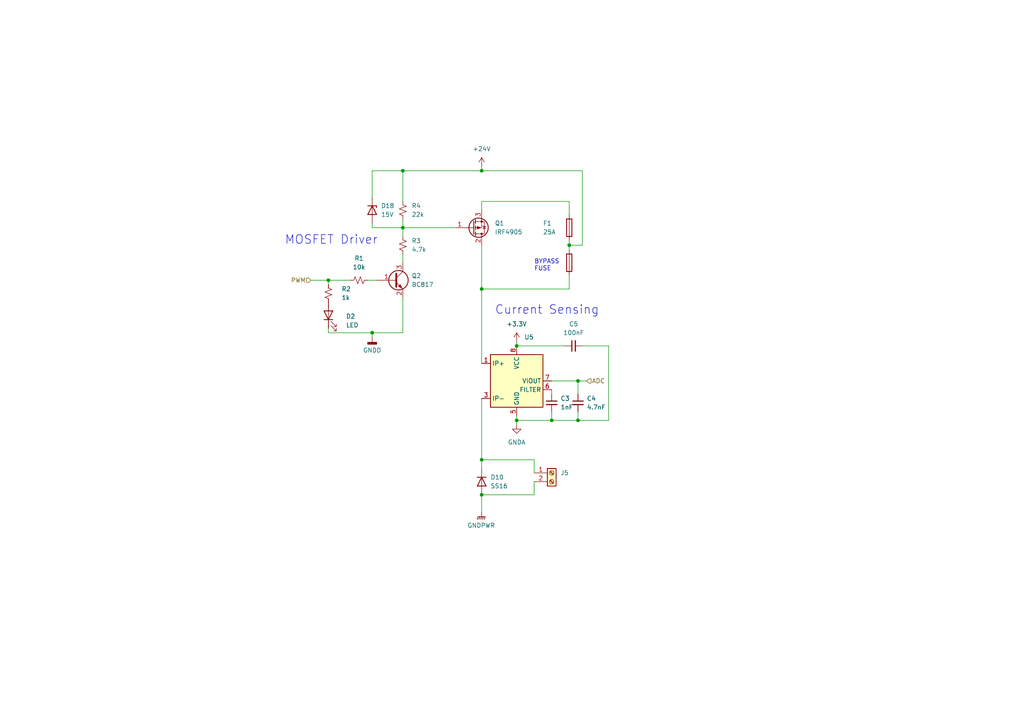
<source format=kicad_sch>
(kicad_sch (version 20230121) (generator eeschema)
  (paper "A4")
  (lib_symbols
    (symbol "Connector:Screw_Terminal_01x02" (pin_names (offset 1.016) hide)
      (property "Reference" "J" (at 0 2.54 0))
      (property "Value" "Screw_Terminal_01x02" (at 0 -5.08 0))
      (symbol "Screw_Terminal_01x02_1_1"
        (rectangle (start -1.27 1.27) (end 1.27 -3.81) (stroke (width 0.254)) (fill (type background)))
        (circle (center 0 -2.54) (radius 0.635) (stroke (width 0.1524)))
        (polyline (pts (xy -0.5334 -2.2098) (xy 0.3302 -3.048)) (stroke (width 0.1524)))
        (polyline (pts (xy -0.5334 0.3302) (xy 0.3302 -0.508)) (stroke (width 0.1524)))
        (polyline (pts (xy -0.3556 -2.032) (xy 0.508 -2.8702)) (stroke (width 0.1524)))
        (polyline (pts (xy -0.3556 0.508) (xy 0.508 -0.3302)) (stroke (width 0.1524)))
        (circle (center 0 0) (radius 0.635) (stroke (width 0.1524)))
        (pin passive line (at -5.08 0 0) (length 3.81) (name "Pin_1") (number "1"))
        (pin passive line (at -5.08 -2.54 0) (length 3.81) (name "Pin_2") (number "2"))
      )
    )
    (symbol "Device:C_Small" (pin_numbers hide) (pin_names (offset 0.254) hide)
      (property "Reference" "C" (at 0.254 1.778 0))
      (property "Value" "C_Small" (at 0.254 -2.032 0))
      (symbol "C_Small_0_1"
        (polyline (pts (xy -1.524 -0.508) (xy 1.524 -0.508)) (stroke (width 0.3302)))
        (polyline (pts (xy -1.524 0.508) (xy 1.524 0.508)) (stroke (width 0.3048)))
      )
      (symbol "C_Small_1_1"
        (pin passive line (at 0 2.54 270) (length 2.032) (name "~") (number "1"))
        (pin passive line (at 0 -2.54 90) (length 2.032) (name "~") (number "2"))
      )
    )
    (symbol "Device:D_Zener" (pin_numbers hide) (pin_names (offset 1.016) hide)
      (property "Reference" "D" (at 0 2.54 0))
      (property "Value" "D_Zener" (at 0 -2.54 0))
      (symbol "D_Zener_0_1"
        (polyline (pts (xy 1.27 0) (xy -1.27 0)))
        (polyline (pts (xy -1.27 -1.27) (xy -1.27 1.27) (xy -0.762 1.27)) (stroke (width 0.254)))
        (polyline (pts (xy 1.27 -1.27) (xy 1.27 1.27) (xy -1.27 0) (xy 1.27 -1.27)) (stroke (width 0.254)))
      )
      (symbol "D_Zener_1_1"
        (pin passive line (at -3.81 0 0) (length 2.54) (name "K") (number "1"))
        (pin passive line (at 3.81 0 180) (length 2.54) (name "A") (number "2"))
      )
    )
    (symbol "Device:LED" (pin_numbers hide) (pin_names (offset 1.016) hide)
      (property "Reference" "D" (at 0 2.54 0))
      (property "Value" "LED" (at 0 -2.54 0))
      (symbol "LED_0_1"
        (polyline (pts (xy -1.27 -1.27) (xy -1.27 1.27)) (stroke (width 0.254)))
        (polyline (pts (xy -1.27 0) (xy 1.27 0)))
        (polyline (pts (xy 1.27 -1.27) (xy 1.27 1.27) (xy -1.27 0) (xy 1.27 -1.27)) (stroke (width 0.254)))
        (polyline (pts (xy -3.048 -0.762) (xy -4.572 -2.286) (xy -3.81 -2.286) (xy -4.572 -2.286) (xy -4.572 -1.524)))
        (polyline (pts (xy -1.778 -0.762) (xy -3.302 -2.286) (xy -2.54 -2.286) (xy -3.302 -2.286) (xy -3.302 -1.524)))
      )
      (symbol "LED_1_1"
        (pin passive line (at -3.81 0 0) (length 2.54) (name "K") (number "1"))
        (pin passive line (at 3.81 0 180) (length 2.54) (name "A") (number "2"))
      )
    )
    (symbol "Device:R_Small_US" (pin_numbers hide) (pin_names (offset 0.254) hide)
      (property "Reference" "R" (at 0.762 0.508 0))
      (property "Value" "R_Small_US" (at 0.762 -1.016 0))
      (symbol "R_Small_US_1_1"
        (polyline (pts (xy 0 0) (xy 1.016 -0.381) (xy 0 -0.762) (xy -1.016 -1.143) (xy 0 -1.524)))
        (polyline (pts (xy 0 1.524) (xy 1.016 1.143) (xy 0 0.762) (xy -1.016 0.381) (xy 0 0)))
        (pin passive line (at 0 2.54 270) (length 1.016) (name "~") (number "1"))
        (pin passive line (at 0 -2.54 90) (length 1.016) (name "~") (number "2"))
      )
    )
    (symbol "Diode:MRA4004T3G" (pin_numbers hide) (pin_names hide)
      (property "Reference" "D" (at 0 2.54 0))
      (property "Value" "MRA4004T3G" (at 0 -2.54 0))
      (symbol "MRA4004T3G_0_1"
        (polyline (pts (xy -1.27 1.27) (xy -1.27 -1.27)) (stroke (width 0.254)))
        (polyline (pts (xy 1.27 0) (xy -1.27 0)))
        (polyline (pts (xy 1.27 1.27) (xy 1.27 -1.27) (xy -1.27 0) (xy 1.27 1.27)) (stroke (width 0.254)))
      )
      (symbol "MRA4004T3G_1_1"
        (pin passive line (at -3.81 0 0) (length 2.54) (name "K") (number "1"))
        (pin passive line (at 3.81 0 180) (length 2.54) (name "A") (number "2"))
      )
    )
    (symbol "Sensor_Current:ACS725xLCTR-20AU"
      (property "Reference" "U" (at 2.54 11.43 0))
      (property "Value" "ACS725xLCTR-20AU" (at 2.54 8.89 0))
      (symbol "ACS725xLCTR-20AU_0_1"
        (rectangle (start -7.62 7.62) (end 7.62 -7.62) (stroke (width 0.254)) (fill (type background)))
      )
      (symbol "ACS725xLCTR-20AU_1_1"
        (pin passive line (at -10.16 5.08 0) (length 2.54) (name "IP+") (number "1"))
        (pin passive line (at -10.16 5.08 0) (length 2.54) hide (name "IP+") (number "2"))
        (pin passive line (at -10.16 -5.08 0) (length 2.54) (name "IP-") (number "3"))
        (pin passive line (at -10.16 -5.08 0) (length 2.54) hide (name "IP-") (number "4"))
        (pin power_in line (at 0 -10.16 90) (length 2.54) (name "GND") (number "5"))
        (pin passive line (at 10.16 -2.54 180) (length 2.54) (name "FILTER") (number "6"))
        (pin output line (at 10.16 0 180) (length 2.54) (name "VIOUT") (number "7"))
        (pin power_in line (at 0 10.16 270) (length 2.54) (name "VCC") (number "8"))
      )
    )
    (symbol "Transistor_BJT:BC817" (pin_names (offset 0) hide)
      (property "Reference" "Q" (at 5.08 1.905 0))
      (property "Value" "BC817" (at 5.08 0 0))
      (symbol "BC817_0_1"
        (polyline (pts (xy 0.635 0.635) (xy 2.54 2.54)))
        (polyline (pts (xy 0.635 -0.635) (xy 2.54 -2.54) (xy 2.54 -2.54)))
        (polyline (pts (xy 0.635 1.905) (xy 0.635 -1.905) (xy 0.635 -1.905)) (stroke (width 0.508)))
        (polyline (pts (xy 1.27 -1.778) (xy 1.778 -1.27) (xy 2.286 -2.286) (xy 1.27 -1.778) (xy 1.27 -1.778)) (fill (type outline)))
        (circle (center 1.27 0) (radius 2.8194) (stroke (width 0.254)))
      )
      (symbol "BC817_1_1"
        (pin input line (at -5.08 0 0) (length 5.715) (name "B") (number "1"))
        (pin passive line (at 2.54 -5.08 90) (length 2.54) (name "E") (number "2"))
        (pin passive line (at 2.54 5.08 270) (length 2.54) (name "C") (number "3"))
      )
    )
    (symbol "Transistor_FET:IRF4905" (pin_names hide)
      (property "Reference" "Q" (at 5.08 1.905 0))
      (property "Value" "IRF4905" (at 5.08 0 0))
      (symbol "IRF4905_0_1"
        (polyline (pts (xy 0.254 0) (xy -2.54 0)))
        (polyline (pts (xy 0.254 1.905) (xy 0.254 -1.905)) (stroke (width 0.254)))
        (polyline (pts (xy 0.762 -1.27) (xy 0.762 -2.286)) (stroke (width 0.254)))
        (polyline (pts (xy 0.762 0.508) (xy 0.762 -0.508)) (stroke (width 0.254)))
        (polyline (pts (xy 0.762 2.286) (xy 0.762 1.27)) (stroke (width 0.254)))
        (polyline (pts (xy 2.54 2.54) (xy 2.54 1.778)))
        (polyline (pts (xy 2.54 -2.54) (xy 2.54 0) (xy 0.762 0)))
        (polyline (pts (xy 0.762 1.778) (xy 3.302 1.778) (xy 3.302 -1.778) (xy 0.762 -1.778)))
        (polyline (pts (xy 2.286 0) (xy 1.27 0.381) (xy 1.27 -0.381) (xy 2.286 0)) (fill (type outline)))
        (polyline (pts (xy 2.794 -0.508) (xy 2.921 -0.381) (xy 3.683 -0.381) (xy 3.81 -0.254)))
        (polyline (pts (xy 3.302 -0.381) (xy 2.921 0.254) (xy 3.683 0.254) (xy 3.302 -0.381)))
        (circle (center 1.651 0) (radius 2.794) (stroke (width 0.254)))
        (circle (center 2.54 -1.778) (radius 0.254) (fill (type outline)))
        (circle (center 2.54 1.778) (radius 0.254) (fill (type outline)))
      )
      (symbol "IRF4905_1_1"
        (pin input line (at -5.08 0 0) (length 2.54) (name "G") (number "1"))
        (pin passive line (at 2.54 5.08 270) (length 2.54) (name "D") (number "2"))
        (pin passive line (at 2.54 -5.08 90) (length 2.54) (name "S") (number "3"))
      )
    )
    (symbol "gnarboard:ATC Fuse Bypass" (pin_numbers hide) (pin_names (offset 0))
      (property "Reference" "F" (at 2.032 5.08 90))
      (property "Value" "ATC Fuse Bypass" (at -1.905 5.08 90))
      (symbol "ATC Fuse Bypass_0_1"
        (rectangle (start -0.762 -7.62) (end 0.762 -2.54) (stroke (width 0.254)))
        (rectangle (start -0.762 2.54) (end 0.762 7.62) (stroke (width 0.254)))
        (polyline (pts (xy 0 -2.54) (xy 0 -7.62)))
        (polyline (pts (xy 0 7.62) (xy 0 2.54)))
      )
      (symbol "ATC Fuse Bypass_1_1"
        (pin passive line (at 0 8.89 270) (length 1.27) (name "~") (number "1"))
        (pin passive line (at 0 -1.27 270) (length 1.27) (name "~") (number "2"))
        (pin passive line (at 0 1.27 90) (length 1.27) (name "~") (number "2"))
        (pin passive line (at 0 -8.89 90) (length 1.27) (name "~") (number "3"))
      )
    )
    (symbol "power:+24V" (power) (pin_names (offset 0))
      (property "Value" "+24V" (at 0 3.556 0))
      (symbol "+24V_0_1"
        (polyline (pts (xy -0.762 1.27) (xy 0 2.54)))
        (polyline (pts (xy 0 0) (xy 0 2.54)))
        (polyline (pts (xy 0 2.54) (xy 0.762 1.27)))
      )
      (symbol "+24V_1_1"
        (pin power_in line (at 0 0 90) (length 0) hide (name "+24V") (number "1"))
      )
    )
    (symbol "power:+3.3V" (power) (pin_names (offset 0))
      (property "Value" "+3.3V" (at 0 3.556 0))
      (symbol "+3.3V_0_1"
        (polyline (pts (xy -0.762 1.27) (xy 0 2.54)))
        (polyline (pts (xy 0 0) (xy 0 2.54)))
        (polyline (pts (xy 0 2.54) (xy 0.762 1.27)))
      )
      (symbol "+3.3V_1_1"
        (pin power_in line (at 0 0 90) (length 0) hide (name "+3.3V") (number "1"))
      )
    )
    (symbol "power:GNDA" (power) (pin_names (offset 0))
      (property "Value" "GNDA" (at 0 -3.81 0))
      (symbol "GNDA_0_1"
        (polyline (pts (xy 0 0) (xy 0 -1.27) (xy 1.27 -1.27) (xy 0 -2.54) (xy -1.27 -1.27) (xy 0 -1.27)))
      )
      (symbol "GNDA_1_1"
        (pin power_in line (at 0 0 270) (length 0) hide (name "GNDA") (number "1"))
      )
    )
    (symbol "power:GNDD" (power) (pin_names (offset 0))
      (property "Value" "GNDD" (at 0 -3.175 0))
      (symbol "GNDD_0_1"
        (rectangle (start -1.27 -1.524) (end 1.27 -2.032) (stroke (width 0.254)) (fill (type outline)))
        (polyline (pts (xy 0 0) (xy 0 -1.524)))
      )
      (symbol "GNDD_1_1"
        (pin power_in line (at 0 0 270) (length 0) hide (name "GNDD") (number "1"))
      )
    )
    (symbol "power:GNDPWR" (power) (pin_names (offset 0))
      (property "Value" "GNDPWR" (at 0 -3.302 0))
      (symbol "GNDPWR_0_1"
        (polyline (pts (xy 0 -1.27) (xy 0 0)))
        (polyline (pts (xy -1.016 -1.27) (xy -1.27 -2.032) (xy -1.27 -2.032)) (stroke (width 0.2032)))
        (polyline (pts (xy -0.508 -1.27) (xy -0.762 -2.032) (xy -0.762 -2.032)) (stroke (width 0.2032)))
        (polyline (pts (xy 0 -1.27) (xy -0.254 -2.032) (xy -0.254 -2.032)) (stroke (width 0.2032)))
        (polyline (pts (xy 0.508 -1.27) (xy 0.254 -2.032) (xy 0.254 -2.032)) (stroke (width 0.2032)))
        (polyline (pts (xy 1.016 -1.27) (xy -1.016 -1.27) (xy -1.016 -1.27)) (stroke (width 0.2032)))
        (polyline (pts (xy 1.016 -1.27) (xy 0.762 -2.032) (xy 0.762 -2.032) (xy 0.762 -2.032)) (stroke (width 0.2032)))
      )
      (symbol "GNDPWR_1_1"
        (pin power_in line (at 0 0 270) (length 0) hide (name "GNDPWR") (number "1"))
      )
    )
  )
  (junction (at 165.1 71.12))
  (junction (at 167.64 121.92))
  (junction (at 139.7 83.82))
  (junction (at 95.25 81.28))
  (junction (at 139.7 133.35))
  (junction (at 167.64 110.49))
  (junction (at 107.95 96.52))
  (junction (at 116.84 66.04))
  (junction (at 160.02 121.92))
  (junction (at 149.86 100.33))
  (junction (at 149.86 121.92))
  (junction (at 116.84 49.53))
  (junction (at 139.7 49.53))
  (junction (at 139.7 143.51))
  (wire (pts (xy 160.02 113.03) (xy 160.02 114.3)))
  (wire (pts (xy 165.1 69.85) (xy 165.1 71.12)))
  (wire (pts (xy 167.64 110.49) (xy 170.18 110.49)))
  (wire (pts (xy 116.84 58.42) (xy 116.84 49.53)))
  (wire (pts (xy 116.84 63.5) (xy 116.84 66.04)))
  (wire (pts (xy 139.7 143.51) (xy 139.7 148.59)))
  (wire (pts (xy 139.7 48.26) (xy 139.7 49.53)))
  (wire (pts (xy 139.7 133.35) (xy 154.94 133.35)))
  (wire (pts (xy 139.7 143.51) (xy 154.94 143.51)))
  (wire (pts (xy 149.86 100.33) (xy 163.83 100.33)))
  (wire (pts (xy 149.86 121.92) (xy 149.86 120.65)))
  (wire (pts (xy 165.1 58.42) (xy 165.1 62.23)))
  (wire (pts (xy 165.1 58.42) (xy 139.7 58.42)))
  (wire (pts (xy 116.84 86.36) (xy 116.84 96.52)))
  (wire (pts (xy 165.1 71.12) (xy 168.91 71.12)))
  (wire (pts (xy 154.94 143.51) (xy 154.94 139.7)))
  (wire (pts (xy 149.86 99.06) (xy 149.86 100.33)))
  (wire (pts (xy 176.53 121.92) (xy 167.64 121.92)))
  (wire (pts (xy 139.7 71.12) (xy 139.7 83.82)))
  (wire (pts (xy 116.84 66.04) (xy 132.08 66.04)))
  (wire (pts (xy 116.84 73.66) (xy 116.84 76.2)))
  (wire (pts (xy 107.95 66.04) (xy 107.95 64.77)))
  (wire (pts (xy 167.64 110.49) (xy 167.64 114.3)))
  (wire (pts (xy 107.95 97.79) (xy 107.95 96.52)))
  (wire (pts (xy 95.25 96.52) (xy 107.95 96.52)))
  (wire (pts (xy 116.84 49.53) (xy 139.7 49.53)))
  (wire (pts (xy 95.25 81.28) (xy 101.6 81.28)))
  (wire (pts (xy 107.95 49.53) (xy 107.95 57.15)))
  (wire (pts (xy 116.84 96.52) (xy 107.95 96.52)))
  (wire (pts (xy 168.91 100.33) (xy 176.53 100.33)))
  (wire (pts (xy 160.02 121.92) (xy 167.64 121.92)))
  (wire (pts (xy 149.86 121.92) (xy 160.02 121.92)))
  (wire (pts (xy 139.7 58.42) (xy 139.7 60.96)))
  (wire (pts (xy 176.53 100.33) (xy 176.53 121.92)))
  (wire (pts (xy 95.25 82.55) (xy 95.25 81.28)))
  (wire (pts (xy 165.1 80.01) (xy 165.1 83.82)))
  (wire (pts (xy 95.25 96.52) (xy 95.25 95.25)))
  (wire (pts (xy 139.7 83.82) (xy 165.1 83.82)))
  (wire (pts (xy 149.86 121.92) (xy 149.86 123.19)))
  (wire (pts (xy 139.7 83.82) (xy 139.7 105.41)))
  (wire (pts (xy 168.91 49.53) (xy 168.91 71.12)))
  (wire (pts (xy 139.7 115.57) (xy 139.7 133.35)))
  (wire (pts (xy 165.1 71.12) (xy 165.1 72.39)))
  (wire (pts (xy 106.68 81.28) (xy 109.22 81.28)))
  (wire (pts (xy 139.7 49.53) (xy 168.91 49.53)))
  (wire (pts (xy 139.7 135.89) (xy 139.7 133.35)))
  (wire (pts (xy 90.17 81.28) (xy 95.25 81.28)))
  (wire (pts (xy 167.64 119.38) (xy 167.64 121.92)))
  (wire (pts (xy 160.02 121.92) (xy 160.02 119.38)))
  (wire (pts (xy 116.84 49.53) (xy 107.95 49.53)))
  (wire (pts (xy 107.95 66.04) (xy 116.84 66.04)))
  (wire (pts (xy 154.94 133.35) (xy 154.94 137.16)))
  (wire (pts (xy 160.02 110.49) (xy 167.64 110.49)))
  (wire (pts (xy 116.84 68.58) (xy 116.84 66.04)))
  (text "Current Sensing" (at 143.51 91.44 0) (effects (font (size 2.5 2.5)) (justify left bottom)))
  (text "MOSFET Driver" (at 82.55 71.12 0) (effects (font (size 2.5 2.5)) (justify left bottom)))
  (text "BYPASS\nFUSE" (at 154.94 78.74 0) (effects (font (size 1.27 1.27)) (justify left bottom)))
  (hierarchical_label "PWM" (shape input) (at 90.17 81.28 180))
  (hierarchical_label "ADC" (shape input) (at 170.18 110.49 0))
  (symbol (lib_id "Device:R_Small_US") (at 104.14 81.28 90) (unit 1)
    (property "Reference" "R1" (at 104.14 74.93 90))
    (property "Value" "10k" (at 104.14 77.47 90))
    (property "Footprint" "Resistor_SMD:R_0805_2012Metric_Pad1.20x1.40mm_HandSolder" (effects hide))
    (property "Vendor" " 652-CR0805JW-103ELF " (effects hide))
    (instances (project "Gnarboard" (path "" (reference "R1") (unit 1)) (path "" (reference "R2") (unit 1)) (path "" (reference "R6") (unit 1)) (path "" (reference "R10") (unit 1)) (path "" (reference "R14") (unit 1)) (path "" (reference "R18") (unit 1)) (path "" (reference "R22") (unit 1)) (path "" (reference "R26") (unit 1)) (path "" (reference "R30") (unit 1))))
  )
  (symbol (lib_id "Diode:MRA4004T3G") (at 139.7 139.7 270) (unit 1)
    (property "Reference" "D10" (at 142.24 138.43 90) (effects (justify left)))
    (property "Value" "SS16" (at 142.24 140.97 90) (effects (justify left)))
    (property "Footprint" "Diode_SMD:D_SMA" (effects hide))
    (property "Sim.Device" "D" (effects hide))
    (property "Sim.Pins" "1=K 2=A" (effects hide))
    (property "Vendor" "625-SS16-E3 " (effects hide))
    (instances (project "Gnarboard" (path "" (reference "D10") (unit 1)) (path "" (reference "D11") (unit 1)) (path "" (reference "D12") (unit 1)) (path "" (reference "D13") (unit 1)) (path "" (reference "D14") (unit 1)) (path "" (reference "D15") (unit 1)) (path "" (reference "D16") (unit 1)) (path "" (reference "D17") (unit 1))))
  )
  (symbol (lib_id "Device:R_Small_US") (at 95.25 85.09 180) (unit 1)
    (property "Reference" "R2" (at 99.06 83.82 0) (effects (justify right)))
    (property "Value" "1k" (at 99.06 86.36 0) (effects (justify right)))
    (property "Footprint" "Resistor_SMD:R_0805_2012Metric_Pad1.20x1.40mm_HandSolder" (effects hide))
    (property "Vendor" " 652-CR0805JW-102ELF " (effects hide))
    (instances (project "Gnarboard" (path "" (reference "R2") (unit 1)) (path "" (reference "R1") (unit 1)) (path "" (reference "R5") (unit 1)) (path "" (reference "R9") (unit 1)) (path "" (reference "R13") (unit 1)) (path "" (reference "R17") (unit 1)) (path "" (reference "R21") (unit 1)) (path "" (reference "R25") (unit 1)) (path "" (reference "R29") (unit 1))))
  )
  (symbol (lib_id "Device:R_Small_US") (at 116.84 60.96 180) (unit 1)
    (property "Reference" "R4" (at 119.38 59.69 0) (effects (justify right)))
    (property "Value" "22k" (at 119.38 62.23 0) (effects (justify right)))
    (property "Footprint" "Resistor_SMD:R_0805_2012Metric_Pad1.20x1.40mm_HandSolder" (effects hide))
    (property "Vendor" " 652-CR0805JW-223ELF " (effects hide))
    (instances (project "Gnarboard" (path "" (reference "R4") (unit 1)) (path "" (reference "R3") (unit 1)) (path "" (reference "R7") (unit 1)) (path "" (reference "R11") (unit 1)) (path "" (reference "R15") (unit 1)) (path "" (reference "R19") (unit 1)) (path "" (reference "R23") (unit 1)) (path "" (reference "R27") (unit 1)) (path "" (reference "R31") (unit 1))))
  )
  (symbol (lib_id "gnarboard:ATC Fuse Bypass") (at 165.1 71.12 0) (unit 1)
    (property "Reference" "F1" (at 157.48 64.77 0) (effects (justify left)))
    (property "Value" "25A" (at 157.48 67.31 0) (effects (justify left)))
    (property "Footprint" "gnarboard:ATC Bypass Fuse" (effects hide))
    (property "Vendor" "833-GS1G-LTP" (effects hide))
    (instances (project "Gnarboard" (path "" (reference "F1") (unit 1)) (path "" (reference "F1") (unit 1)) (path "" (reference "F2") (unit 1)) (path "" (reference "F3") (unit 1)) (path "" (reference "F4") (unit 1)) (path "" (reference "F5") (unit 1)) (path "" (reference "F6") (unit 1)) (path "" (reference "F7") (unit 1)) (path "" (reference "F8") (unit 1))))
  )
  (symbol (lib_id "Device:LED") (at 95.25 91.44 90) (unit 1)
    (property "Reference" "D2" (at 100.33 91.7575 90) (effects (justify right)))
    (property "Value" "LED" (at 100.33 94.2975 90) (effects (justify right)))
    (property "Footprint" "LED_SMD:LED_0805_2012Metric_Pad1.15x1.40mm_HandSolder" (effects hide))
    (property "Vendor" "150080RS75000" (effects hide))
    (instances (project "Gnarboard" (path "" (reference "D2") (unit 1)) (path "" (reference "D2") (unit 1)) (path "" (reference "D3") (unit 1)) (path "" (reference "D4") (unit 1)) (path "" (reference "D5") (unit 1)) (path "" (reference "D6") (unit 1)) (path "" (reference "D7") (unit 1)) (path "" (reference "D8") (unit 1)) (path "" (reference "D9") (unit 1))))
  )
  (symbol (lib_id "Device:C_Small") (at 166.37 100.33 90) (unit 1)
    (property "Reference" "C5" (at 166.3763 93.98 90))
    (property "Value" "100nF" (at 166.3763 96.52 90))
    (property "Footprint" "Capacitor_SMD:C_0805_2012Metric_Pad1.18x1.45mm_HandSolder" (effects hide))
    (property "Vendor" "08053C104KAT4A" (effects hide))
    (instances (project "Gnarboard" (path "" (reference "C5") (unit 1)) (path "" (reference "C4") (unit 1)) (path "" (reference "C7") (unit 1)) (path "" (reference "C10") (unit 1)) (path "" (reference "C13") (unit 1)) (path "" (reference "C16") (unit 1)) (path "" (reference "C19") (unit 1)) (path "" (reference "C22") (unit 1)) (path "" (reference "C25") (unit 1))))
  )
  (symbol (lib_id "Device:C_Small") (at 167.64 116.84 0) (unit 1)
    (property "Reference" "C4" (at 170.18 115.5763 0) (effects (justify left)))
    (property "Value" "4.7nF" (at 170.18 118.1163 0) (effects (justify left)))
    (property "Footprint" "Capacitor_SMD:C_0805_2012Metric_Pad1.18x1.45mm_HandSolder" (effects hide))
    (property "Vendor" "C0805C472K5RAC" (effects hide))
    (instances (project "Gnarboard" (path "" (reference "C4") (unit 1)) (path "" (reference "C5") (unit 1)) (path "" (reference "C8") (unit 1)) (path "" (reference "C11") (unit 1)) (path "" (reference "C14") (unit 1)) (path "" (reference "C17") (unit 1)) (path "" (reference "C20") (unit 1)) (path "" (reference "C23") (unit 1)) (path "" (reference "C26") (unit 1))))
  )
  (symbol (lib_id "Connector:Screw_Terminal_01x02") (at 160.02 137.16 0) (unit 1)
    (property "Reference" "J5" (at 162.56 137.16 0) (effects (justify left)))
    (property "Value" "Screw_Terminal_01x02" (effects hide))
    (property "Footprint" "gnarboard:Molex 1x02 .375" (effects hide))
    (property "Vendor" "OQ0271500000G, TJ0271500000G" (effects hide))
    (instances (project "Gnarboard" (path "" (reference "J5") (unit 1)) (path "" (reference "J6") (unit 1)) (path "" (reference "J7") (unit 1)) (path "" (reference "J8") (unit 1)) (path "" (reference "J9") (unit 1)) (path "" (reference "J10") (unit 1)) (path "" (reference "J11") (unit 1)) (path "" (reference "J12") (unit 1))))
  )
  (symbol (lib_id "Sensor_Current:ACS725xLCTR-20AU") (at 149.86 110.49 0) (unit 1)
    (property "Reference" "U5" (at 152.0541 97.79 0) (effects (justify left)))
    (property "Value" "ACS725xLCTR-20AU" (effects hide))
    (property "Footprint" "gnarboard:ACS7XX" (effects hide))
    (property "Datasheet" "http://www.allegromicro.com/~/media/Files/Datasheets/ACS725-Datasheet.ashx?la=en" (effects hide))
    (property "Vendor" "250-725LLCTR20AUT" (effects hide))
    (instances (project "Gnarboard" (path "" (reference "U5") (unit 1)) (path "" (reference "U5") (unit 1)) (path "" (reference "U6") (unit 1)) (path "" (reference "U7") (unit 1)) (path "" (reference "U8") (unit 1)) (path "" (reference "U9") (unit 1)) (path "" (reference "U10") (unit 1)) (path "" (reference "U11") (unit 1)) (path "" (reference "U12") (unit 1))))
  )
  (symbol (lib_id "Device:R_Small_US") (at 116.84 71.12 180) (unit 1)
    (property "Reference" "R3" (at 119.38 69.85 0) (effects (justify right)))
    (property "Value" "4.7k" (at 119.38 72.39 0) (effects (justify right)))
    (property "Footprint" "Resistor_SMD:R_0805_2012Metric_Pad1.20x1.40mm_HandSolder" (effects hide))
    (property "Vendor" "652-CR0805JW-472ELF" (effects hide))
    (instances (project "Gnarboard" (path "" (reference "R3") (unit 1)) (path "" (reference "R4") (unit 1)) (path "" (reference "R8") (unit 1)) (path "" (reference "R12") (unit 1)) (path "" (reference "R16") (unit 1)) (path "" (reference "R20") (unit 1)) (path "" (reference "R24") (unit 1)) (path "" (reference "R28") (unit 1)) (path "" (reference "R32") (unit 1))))
  )
  (symbol (lib_id "Device:C_Small") (at 160.02 116.84 0) (unit 1)
    (property "Reference" "C3" (at 162.56 115.5763 0) (effects (justify left)))
    (property "Value" "1nF" (at 162.56 118.1163 0) (effects (justify left)))
    (property "Footprint" "Capacitor_SMD:C_0805_2012Metric_Pad1.18x1.45mm_HandSolder" (effects hide))
    (property "Vendor" "C0805C102J1HACTU" (effects hide))
    (instances (project "Gnarboard" (path "" (reference "C3") (unit 1)) (path "" (reference "C3") (unit 1)) (path "" (reference "C6") (unit 1)) (path "" (reference "C9") (unit 1)) (path "" (reference "C12") (unit 1)) (path "" (reference "C15") (unit 1)) (path "" (reference "C18") (unit 1)) (path "" (reference "C21") (unit 1)) (path "" (reference "C24") (unit 1))))
  )
  (symbol (lib_id "power:GNDPWR") (at 139.7 148.59 0) (unit 1)
    (property "Reference" "#PWR013" (effects hide))
    (property "Value" "GNDPWR" (at 139.573 152.4 0))
    (instances (project "Gnarboard" (path "" (reference "#PWR013") (unit 1)) (path "" (reference "#PWR01") (unit 1)) (path "" (reference "#PWR019") (unit 1)) (path "" (reference "#PWR024") (unit 1)) (path "" (reference "#PWR029") (unit 1)) (path "" (reference "#PWR034") (unit 1)) (path "" (reference "#PWR039") (unit 1)) (path "" (reference "#PWR044") (unit 1)) (path "" (reference "#PWR049") (unit 1))))
  )
  (symbol (lib_id "Device:D_Zener") (at 107.95 60.96 270) (unit 1)
    (property "Reference" "D18" (at 110.49 59.69 90) (effects (justify left)))
    (property "Value" "15V" (at 110.49 62.23 90) (effects (justify left)))
    (property "Footprint" "Diode_SMD:D_SOD-323_HandSoldering" (effects hide))
    (property "Vendor" "771-BZX384-C15115" (effects hide))
    (instances (project "Gnarboard" (path "" (reference "D18") (unit 1)) (path "" (reference "D19") (unit 1)) (path "" (reference "D20") (unit 1)) (path "" (reference "D21") (unit 1)) (path "" (reference "D22") (unit 1)) (path "" (reference "D23") (unit 1)) (path "" (reference "D24") (unit 1)) (path "" (reference "D25") (unit 1))))
  )
  (symbol (lib_id "Transistor_FET:IRF4905") (at 137.16 66.04 0) (mirror x) (unit 1)
    (property "Reference" "Q1" (at 143.51 64.77 0) (effects (justify left)))
    (property "Value" "IRF4905" (at 143.51 67.31 0) (effects (justify left)))
    (property "Footprint" "Package_TO_SOT_SMD:TO-263-2" (effects hide))
    (property "Datasheet" "http://www.infineon.com/dgdl/irf4905.pdf?fileId=5546d462533600a4015355e32165197c" (effects hide))
    (property "Vendor" " 942-IRF4905STRLPBF " (effects hide))
    (instances (project "Gnarboard" (path "" (reference "Q1") (unit 1)) (path "" (reference "Q2") (unit 1)) (path "" (reference "Q4") (unit 1)) (path "" (reference "Q6") (unit 1)) (path "" (reference "Q8") (unit 1)) (path "" (reference "Q10") (unit 1)) (path "" (reference "Q12") (unit 1)) (path "" (reference "Q14") (unit 1)) (path "" (reference "Q16") (unit 1))))
  )
  (symbol (lib_id "power:+24V") (at 139.7 48.26 0) (unit 1)
    (property "Reference" "#PWR015" (effects hide))
    (property "Value" "+24V" (at 139.7 43.18 0))
    (instances (project "Gnarboard" (path "" (reference "#PWR015") (unit 1)) (path "" (reference "#PWR015") (unit 1)) (path "" (reference "#PWR022") (unit 1)) (path "" (reference "#PWR027") (unit 1)) (path "" (reference "#PWR032") (unit 1)) (path "" (reference "#PWR037") (unit 1)) (path "" (reference "#PWR042") (unit 1)) (path "" (reference "#PWR047") (unit 1)) (path "" (reference "#PWR052") (unit 1))))
  )
  (symbol (lib_id "power:GNDD") (at 107.95 97.79 0) (unit 1)
    (property "Reference" "#PWR014" (effects hide))
    (property "Value" "GNDD" (at 107.95 101.6 0))
    (instances (project "Gnarboard" (path "" (reference "#PWR014") (unit 1)) (path "" (reference "#PWR014") (unit 1)) (path "" (reference "#PWR018") (unit 1)) (path "" (reference "#PWR023") (unit 1)) (path "" (reference "#PWR028") (unit 1)) (path "" (reference "#PWR033") (unit 1)) (path "" (reference "#PWR038") (unit 1)) (path "" (reference "#PWR043") (unit 1)) (path "" (reference "#PWR048") (unit 1))))
  )
  (symbol (lib_id "Transistor_BJT:BC817") (at 114.3 81.28 0) (unit 1)
    (property "Reference" "Q2" (at 119.38 80.01 0) (effects (justify left)))
    (property "Value" "BC817" (at 119.38 82.55 0) (effects (justify left)))
    (property "Footprint" "Package_TO_SOT_SMD:SOT-23" (effects hide))
    (property "Datasheet" "https://www.onsemi.com/pub/Collateral/BC818-D.pdf" (effects hide))
    (property "Vendor" "771-BC817-25-T/R" (effects hide))
    (instances (project "Gnarboard" (path "" (reference "Q2") (unit 1)) (path "" (reference "Q1") (unit 1)) (path "" (reference "Q3") (unit 1)) (path "" (reference "Q5") (unit 1)) (path "" (reference "Q7") (unit 1)) (path "" (reference "Q9") (unit 1)) (path "" (reference "Q11") (unit 1)) (path "" (reference "Q13") (unit 1)) (path "" (reference "Q15") (unit 1))))
  )
  (symbol (lib_id "power:+3.3V") (at 149.86 99.06 0) (unit 1)
    (property "Reference" "#PWR01" (effects hide))
    (property "Value" "+3.3V" (at 149.86 93.98 0))
    (instances (project "Gnarboard" (path "" (reference "#PWR01") (unit 1)) (path "" (reference "#PWR012") (unit 1)) (path "" (reference "#PWR020") (unit 1)) (path "" (reference "#PWR025") (unit 1)) (path "" (reference "#PWR030") (unit 1)) (path "" (reference "#PWR035") (unit 1)) (path "" (reference "#PWR040") (unit 1)) (path "" (reference "#PWR045") (unit 1)) (path "" (reference "#PWR050") (unit 1))))
  )
  (symbol (lib_id "power:GNDA") (at 149.86 123.19 0) (unit 1)
    (property "Reference" "#PWR012" (effects hide))
    (property "Value" "GNDA" (at 149.86 128.27 0))
    (instances (project "Gnarboard" (path "" (reference "#PWR012") (unit 1)) (path "" (reference "#PWR013") (unit 1)) (path "" (reference "#PWR021") (unit 1)) (path "" (reference "#PWR026") (unit 1)) (path "" (reference "#PWR031") (unit 1)) (path "" (reference "#PWR036") (unit 1)) (path "" (reference "#PWR041") (unit 1)) (path "" (reference "#PWR046") (unit 1)) (path "" (reference "#PWR051") (unit 1))))
  )
)
</source>
